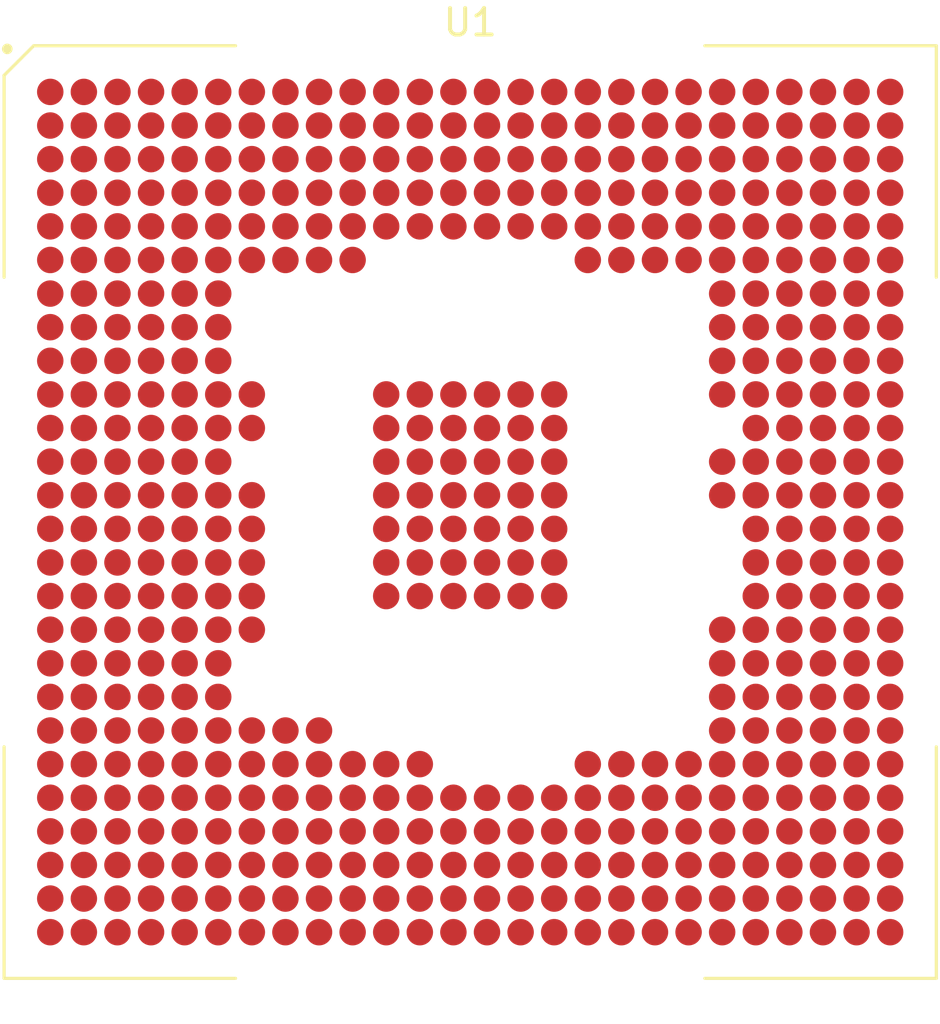
<source format=kicad_pcb>
(kicad_pcb (version 20240108) (generator "pcbnew") (generator_version "8.0")
  (layers (0 "F.Cu" signal) (31 "B.Cu" signal) (34 "B.Paste" user) (35 "F.Paste" user) (36 "B.SilkS" user "B.Silkscreen") (37 "F.SilkS" user "F.Silkscreen") (38 "B.Mask" user) (39 "F.Mask" user) (44 "Edge.Cuts" user))
  (net 0 "")
  (net 7 "Net-(U1-GND-PadA1)")
  (net 89 "Net-(U1-VCC-PadAA18)")
  (net 98 "Net-(U1-VCCA-PadN21)")
  (net 115 "Net-(U1-VCCQ-PadAA3)")
  (net 141 "Net-(U1-GNDA-PadM21)")
  (net 204 "Net-(U1-ST0)")
  (net 358 "Net-(U1-VCCQQ)")
  (footprint "Library:BGA-676_26x26_35.0x35.0mm" (layer "F.Cu") (at 130.975 80.72)
    (property "Reference" "U1" (at 0 -18.5 0) (layer "F.SilkS"))
    (property "Value" "~")
    (pad "A1" smd circle (at -15.875 -15.875) (size 1 1) (layers "F.Cu" "F.Paste" "F.Mask") (net 7 "Net-(U1-GND-PadA1)"))
    (pad "A2" smd circle (at -14.605 -15.875) (size 1 1) (layers "F.Cu" "F.Paste" "F.Mask"))
    (pad "A3" smd circle (at -13.335 -15.875) (size 1 1) (layers "F.Cu" "F.Paste" "F.Mask"))
    (pad "A4" smd circle (at -12.065 -15.875) (size 1 1) (layers "F.Cu" "F.Paste" "F.Mask"))
    (pad "A5" smd circle (at -10.795 -15.875) (size 1 1) (layers "F.Cu" "F.Paste" "F.Mask"))
    (pad "A6" smd circle (at -9.525 -15.875) (size 1 1) (layers "F.Cu" "F.Paste" "F.Mask"))
    (pad "A7" smd circle (at -8.255 -15.875) (size 1 1) (layers "F.Cu" "F.Paste" "F.Mask"))
    (pad "A8" smd circle (at -6.985 -15.875) (size 1 1) (layers "F.Cu" "F.Paste" "F.Mask"))
    (pad "A9" smd circle (at -5.715 -15.875) (size 1 1) (layers "F.Cu" "F.Paste" "F.Mask"))
    (pad "A10" smd circle (at -4.445 -15.875) (size 1 1) (layers "F.Cu" "F.Paste" "F.Mask"))
    (pad "A11" smd circle (at -3.175 -15.875) (size 1 1) (layers "F.Cu" "F.Paste" "F.Mask"))
    (pad "A12" smd circle (at -1.905 -15.875) (size 1 1) (layers "F.Cu" "F.Paste" "F.Mask"))
    (pad "A13" smd circle (at -0.635 -15.875) (size 1 1) (layers "F.Cu" "F.Paste" "F.Mask"))
    (pad "A14" smd circle (at 0.635 -15.875) (size 1 1) (layers "F.Cu" "F.Paste" "F.Mask") (net 7 "Net-(U1-GND-PadA1)"))
    (pad "A15" smd circle (at 1.905 -15.875) (size 1 1) (layers "F.Cu" "F.Paste" "F.Mask"))
    (pad "A16" smd circle (at 3.175 -15.875) (size 1 1) (layers "F.Cu" "F.Paste" "F.Mask"))
    (pad "A17" smd circle (at 4.445 -15.875) (size 1 1) (layers "F.Cu" "F.Paste" "F.Mask"))
    (pad "A18" smd circle (at 5.715 -15.875) (size 1 1) (layers "F.Cu" "F.Paste" "F.Mask"))
    (pad "A19" smd circle (at 6.985 -15.875) (size 1 1) (layers "F.Cu" "F.Paste" "F.Mask"))
    (pad "A20" smd circle (at 8.255 -15.875) (size 1 1) (layers "F.Cu" "F.Paste" "F.Mask"))
    (pad "A21" smd circle (at 9.525 -15.875) (size 1 1) (layers "F.Cu" "F.Paste" "F.Mask"))
    (pad "A22" smd circle (at 10.795 -15.875) (size 1 1) (layers "F.Cu" "F.Paste" "F.Mask"))
    (pad "A23" smd circle (at 12.065 -15.875) (size 1 1) (layers "F.Cu" "F.Paste" "F.Mask"))
    (pad "A24" smd circle (at 13.335 -15.875) (size 1 1) (layers "F.Cu" "F.Paste" "F.Mask"))
    (pad "A25" smd circle (at 14.605 -15.875) (size 1 1) (layers "F.Cu" "F.Paste" "F.Mask"))
    (pad "A26" smd circle (at 15.875 -15.875) (size 1 1) (layers "F.Cu" "F.Paste" "F.Mask") (net 7 "Net-(U1-GND-PadA1)"))
    (pad "AA1" smd circle (at -15.875 9.525) (size 1 1) (layers "F.Cu" "F.Paste" "F.Mask"))
    (pad "AA2" smd circle (at -14.605 9.525) (size 1 1) (layers "F.Cu" "F.Paste" "F.Mask"))
    (pad "AA3" smd circle (at -13.335 9.525) (size 1 1) (layers "F.Cu" "F.Paste" "F.Mask") (net 115 "Net-(U1-VCCQ-PadAA3)"))
    (pad "AA4" smd circle (at -12.065 9.525) (size 1 1) (layers "F.Cu" "F.Paste" "F.Mask"))
    (pad "AA5" smd circle (at -10.795 9.525) (size 1 1) (layers "F.Cu" "F.Paste" "F.Mask"))
    (pad "AA6" smd circle (at -9.525 9.525) (size 1 1) (layers "F.Cu" "F.Paste" "F.Mask") (net 7 "Net-(U1-GND-PadA1)"))
    (pad "AA7" smd circle (at -8.255 9.525) (size 1 1) (layers "F.Cu" "F.Paste" "F.Mask") (net 115 "Net-(U1-VCCQ-PadAA3)"))
    (pad "AA8" smd circle (at -6.985 9.525) (size 1 1) (layers "F.Cu" "F.Paste" "F.Mask") (net 7 "Net-(U1-GND-PadA1)"))
    (pad "AA9" smd circle (at -5.715 9.525) (size 1 1) (layers "F.Cu" "F.Paste" "F.Mask") (net 89 "Net-(U1-VCC-PadAA18)"))
    (pad "AA10" smd circle (at -4.445 9.525) (size 1 1) (layers "F.Cu" "F.Paste" "F.Mask"))
    (pad "AA11" smd circle (at -3.175 9.525) (size 1 1) (layers "F.Cu" "F.Paste" "F.Mask"))
    (pad "AA12" smd circle (at -1.905 9.525) (size 1 1) (layers "F.Cu" "F.Paste" "F.Mask"))
    (pad "AA17" smd circle (at 4.445 9.525) (size 1 1) (layers "F.Cu" "F.Paste" "F.Mask"))
    (pad "AA18" smd circle (at 5.715 9.525) (size 1 1) (layers "F.Cu" "F.Paste" "F.Mask") (net 89 "Net-(U1-VCC-PadAA18)"))
    (pad "AA19" smd circle (at 6.985 9.525) (size 1 1) (layers "F.Cu" "F.Paste" "F.Mask") (net 7 "Net-(U1-GND-PadA1)"))
    (pad "AA20" smd circle (at 8.255 9.525) (size 1 1) (layers "F.Cu" "F.Paste" "F.Mask") (net 89 "Net-(U1-VCC-PadAA18)"))
    (pad "AA21" smd circle (at 9.525 9.525) (size 1 1) (layers "F.Cu" "F.Paste" "F.Mask") (net 7 "Net-(U1-GND-PadA1)"))
    (pad "AA22" smd circle (at 10.795 9.525) (size 1 1) (layers "F.Cu" "F.Paste" "F.Mask"))
    (pad "AA23" smd circle (at 12.065 9.525) (size 1 1) (layers "F.Cu" "F.Paste" "F.Mask"))
    (pad "AA24" smd circle (at 13.335 9.525) (size 1 1) (layers "F.Cu" "F.Paste" "F.Mask"))
    (pad "AA25" smd circle (at 14.605 9.525) (size 1 1) (layers "F.Cu" "F.Paste" "F.Mask"))
    (pad "AA26" smd circle (at 15.875 9.525) (size 1 1) (layers "F.Cu" "F.Paste" "F.Mask"))
    (pad "AB1" smd circle (at -15.875 10.795) (size 1 1) (layers "F.Cu" "F.Paste" "F.Mask"))
    (pad "AB2" smd circle (at -14.605 10.795) (size 1 1) (layers "F.Cu" "F.Paste" "F.Mask"))
    (pad "AB3" smd circle (at -13.335 10.795) (size 1 1) (layers "F.Cu" "F.Paste" "F.Mask"))
    (pad "AB4" smd circle (at -12.065 10.795) (size 1 1) (layers "F.Cu" "F.Paste" "F.Mask"))
    (pad "AB5" smd circle (at -10.795 10.795) (size 1 1) (layers "F.Cu" "F.Paste" "F.Mask"))
    (pad "AB6" smd circle (at -9.525 10.795) (size 1 1) (layers "F.Cu" "F.Paste" "F.Mask"))
    (pad "AB7" smd circle (at -8.255 10.795) (size 1 1) (layers "F.Cu" "F.Paste" "F.Mask"))
    (pad "AB8" smd circle (at -6.985 10.795) (size 1 1) (layers "F.Cu" "F.Paste" "F.Mask"))
    (pad "AB9" smd circle (at -5.715 10.795) (size 1 1) (layers "F.Cu" "F.Paste" "F.Mask"))
    (pad "AB10" smd circle (at -4.445 10.795) (size 1 1) (layers "F.Cu" "F.Paste" "F.Mask"))
    (pad "AB11" smd circle (at -3.175 10.795) (size 1 1) (layers "F.Cu" "F.Paste" "F.Mask"))
    (pad "AB12" smd circle (at -1.905 10.795) (size 1 1) (layers "F.Cu" "F.Paste" "F.Mask") (net 7 "Net-(U1-GND-PadA1)"))
    (pad "AB13" smd circle (at -0.635 10.795) (size 1 1) (layers "F.Cu" "F.Paste" "F.Mask"))
    (pad "AB14" smd circle (at 0.635 10.795) (size 1 1) (layers "F.Cu" "F.Paste" "F.Mask"))
    (pad "AB15" smd circle (at 1.905 10.795) (size 1 1) (layers "F.Cu" "F.Paste" "F.Mask") (net 7 "Net-(U1-GND-PadA1)"))
    (pad "AB16" smd circle (at 3.175 10.795) (size 1 1) (layers "F.Cu" "F.Paste" "F.Mask"))
    (pad "AB17" smd circle (at 4.445 10.795) (size 1 1) (layers "F.Cu" "F.Paste" "F.Mask"))
    (pad "AB18" smd circle (at 5.715 10.795) (size 1 1) (layers "F.Cu" "F.Paste" "F.Mask"))
    (pad "AB19" smd circle (at 6.985 10.795) (size 1 1) (layers "F.Cu" "F.Paste" "F.Mask"))
    (pad "AB20" smd circle (at 8.255 10.795) (size 1 1) (layers "F.Cu" "F.Paste" "F.Mask"))
    (pad "AB21" smd circle (at 9.525 10.795) (size 1 1) (layers "F.Cu" "F.Paste" "F.Mask"))
    (pad "AB22" smd circle (at 10.795 10.795) (size 1 1) (layers "F.Cu" "F.Paste" "F.Mask"))
    (pad "AB23" smd circle (at 12.065 10.795) (size 1 1) (layers "F.Cu" "F.Paste" "F.Mask"))
    (pad "AB24" smd circle (at 13.335 10.795) (size 1 1) (layers "F.Cu" "F.Paste" "F.Mask") (net 7 "Net-(U1-GND-PadA1)"))
    (pad "AB25" smd circle (at 14.605 10.795) (size 1 1) (layers "F.Cu" "F.Paste" "F.Mask") (net 7 "Net-(U1-GND-PadA1)"))
    (pad "AB26" smd circle (at 15.875 10.795) (size 1 1) (layers "F.Cu" "F.Paste" "F.Mask"))
    (pad "AC1" smd circle (at -15.875 12.065) (size 1 1) (layers "F.Cu" "F.Paste" "F.Mask"))
    (pad "AC2" smd circle (at -14.605 12.065) (size 1 1) (layers "F.Cu" "F.Paste" "F.Mask"))
    (pad "AC3" smd circle (at -13.335 12.065) (size 1 1) (layers "F.Cu" "F.Paste" "F.Mask"))
    (pad "AC4" smd circle (at -12.065 12.065) (size 1 1) (layers "F.Cu" "F.Paste" "F.Mask") (net 7 "Net-(U1-GND-PadA1)"))
    (pad "AC5" smd circle (at -10.795 12.065) (size 1 1) (layers "F.Cu" "F.Paste" "F.Mask"))
    (pad "AC6" smd circle (at -9.525 12.065) (size 1 1) (layers "F.Cu" "F.Paste" "F.Mask"))
    (pad "AC7" smd circle (at -8.255 12.065) (size 1 1) (layers "F.Cu" "F.Paste" "F.Mask"))
    (pad "AC8" smd circle (at -6.985 12.065) (size 1 1) (layers "F.Cu" "F.Paste" "F.Mask"))
    (pad "AC9" smd circle (at -5.715 12.065) (size 1 1) (layers "F.Cu" "F.Paste" "F.Mask"))
    (pad "AC10" smd circle (at -4.445 12.065) (size 1 1) (layers "F.Cu" "F.Paste" "F.Mask"))
    (pad "AC11" smd circle (at -3.175 12.065) (size 1 1) (layers "F.Cu" "F.Paste" "F.Mask"))
    (pad "AC12" smd circle (at -1.905 12.065) (size 1 1) (layers "F.Cu" "F.Paste" "F.Mask"))
    (pad "AC13" smd circle (at -0.635 12.065) (size 1 1) (layers "F.Cu" "F.Paste" "F.Mask"))
    (pad "AC14" smd circle (at 0.635 12.065) (size 1 1) (layers "F.Cu" "F.Paste" "F.Mask"))
    (pad "AC15" smd circle (at 1.905 12.065) (size 1 1) (layers "F.Cu" "F.Paste" "F.Mask"))
    (pad "AC16" smd circle (at 3.175 12.065) (size 1 1) (layers "F.Cu" "F.Paste" "F.Mask"))
    (pad "AC17" smd circle (at 4.445 12.065) (size 1 1) (layers "F.Cu" "F.Paste" "F.Mask"))
    (pad "AC18" smd circle (at 5.715 12.065) (size 1 1) (layers "F.Cu" "F.Paste" "F.Mask"))
    (pad "AC19" smd circle (at 6.985 12.065) (size 1 1) (layers "F.Cu" "F.Paste" "F.Mask"))
    (pad "AC20" smd circle (at 8.255 12.065) (size 1 1) (layers "F.Cu" "F.Paste" "F.Mask"))
    (pad "AC21" smd circle (at 9.525 12.065) (size 1 1) (layers "F.Cu" "F.Paste" "F.Mask"))
    (pad "AC22" smd circle (at 10.795 12.065) (size 1 1) (layers "F.Cu" "F.Paste" "F.Mask"))
    (pad "AC23" smd circle (at 12.065 12.065) (size 1 1) (layers "F.Cu" "F.Paste" "F.Mask"))
    (pad "AC24" smd circle (at 13.335 12.065) (size 1 1) (layers "F.Cu" "F.Paste" "F.Mask"))
    (pad "AC25" smd circle (at 14.605 12.065) (size 1 1) (layers "F.Cu" "F.Paste" "F.Mask"))
    (pad "AC26" smd circle (at 15.875 12.065) (size 1 1) (layers "F.Cu" "F.Paste" "F.Mask"))
    (pad "AD1" smd circle (at -15.875 13.335) (size 1 1) (layers "F.Cu" "F.Paste" "F.Mask"))
    (pad "AD2" smd circle (at -14.605 13.335) (size 1 1) (layers "F.Cu" "F.Paste" "F.Mask"))
    (pad "AD3" smd circle (at -13.335 13.335) (size 1 1) (layers "F.Cu" "F.Paste" "F.Mask"))
    (pad "AD4" smd circle (at -12.065 13.335) (size 1 1) (layers "F.Cu" "F.Paste" "F.Mask") (net 358 "Net-(U1-VCCQQ)"))
    (pad "AD5" smd circle (at -10.795 13.335) (size 1 1) (layers "F.Cu" "F.Paste" "F.Mask"))
    (pad "AD6" smd circle (at -9.525 13.335) (size 1 1) (layers "F.Cu" "F.Paste" "F.Mask"))
    (pad "AD7" smd circle (at -8.255 13.335) (size 1 1) (layers "F.Cu" "F.Paste" "F.Mask"))
    (pad "AD8" smd circle (at -6.985 13.335) (size 1 1) (layers "F.Cu" "F.Paste" "F.Mask"))
    (pad "AD9" smd circle (at -5.715 13.335) (size 1 1) (layers "F.Cu" "F.Paste" "F.Mask") (net 7 "Net-(U1-GND-PadA1)"))
    (pad "AD10" smd circle (at -4.445 13.335) (size 1 1) (layers "F.Cu" "F.Paste" "F.Mask"))
    (pad "AD11" smd circle (at -3.175 13.335) (size 1 1) (layers "F.Cu" "F.Paste" "F.Mask"))
    (pad "AD12" smd circle (at -1.905 13.335) (size 1 1) (layers "F.Cu" "F.Paste" "F.Mask"))
    (pad "AD13" smd circle (at -0.635 13.335) (size 1 1) (layers "F.Cu" "F.Paste" "F.Mask"))
    (pad "AD14" smd circle (at 0.635 13.335) (size 1 1) (layers "F.Cu" "F.Paste" "F.Mask"))
    (pad "AD15" smd circle (at 1.905 13.335) (size 1 1) (layers "F.Cu" "F.Paste" "F.Mask"))
    (pad "AD16" smd circle (at 3.175 13.335) (size 1 1) (layers "F.Cu" "F.Paste" "F.Mask"))
    (pad "AD17" smd circle (at 4.445 13.335) (size 1 1) (layers "F.Cu" "F.Paste" "F.Mask"))
    (pad "AD18" smd circle (at 5.715 13.335) (size 1 1) (layers "F.Cu" "F.Paste" "F.Mask") (net 7 "Net-(U1-GND-PadA1)"))
    (pad "AD19" smd circle (at 6.985 13.335) (size 1 1) (layers "F.Cu" "F.Paste" "F.Mask"))
    (pad "AD20" smd circle (at 8.255 13.335) (size 1 1) (layers "F.Cu" "F.Paste" "F.Mask"))
    (pad "AD21" smd circle (at 9.525 13.335) (size 1 1) (layers "F.Cu" "F.Paste" "F.Mask"))
    (pad "AD22" smd circle (at 10.795 13.335) (size 1 1) (layers "F.Cu" "F.Paste" "F.Mask") (net 7 "Net-(U1-GND-PadA1)"))
    (pad "AD23" smd circle (at 12.065 13.335) (size 1 1) (layers "F.Cu" "F.Paste" "F.Mask"))
    (pad "AD24" smd circle (at 13.335 13.335) (size 1 1) (layers "F.Cu" "F.Paste" "F.Mask"))
    (pad "AD25" smd circle (at 14.605 13.335) (size 1 1) (layers "F.Cu" "F.Paste" "F.Mask"))
    (pad "AD26" smd circle (at 15.875 13.335) (size 1 1) (layers "F.Cu" "F.Paste" "F.Mask"))
    (pad "AE1" smd circle (at -15.875 14.605) (size 1 1) (layers "F.Cu" "F.Paste" "F.Mask"))
    (pad "AE2" smd circle (at -14.605 14.605) (size 1 1) (layers "F.Cu" "F.Paste" "F.Mask"))
    (pad "AE3" smd circle (at -13.335 14.605) (size 1 1) (layers "F.Cu" "F.Paste" "F.Mask"))
    (pad "AE4" smd circle (at -12.065 14.605) (size 1 1) (layers "F.Cu" "F.Paste" "F.Mask"))
    (pad "AE5" smd circle (at -10.795 14.605) (size 1 1) (layers "F.Cu" "F.Paste" "F.Mask"))
    (pad "AE6" smd circle (at -9.525 14.605) (size 1 1) (layers "F.Cu" "F.Paste" "F.Mask"))
    (pad "AE7" smd circle (at -8.255 14.605) (size 1 1) (layers "F.Cu" "F.Paste" "F.Mask"))
    (pad "AE8" smd circle (at -6.985 14.605) (size 1 1) (layers "F.Cu" "F.Paste" "F.Mask"))
    (pad "AE9" smd circle (at -5.715 14.605) (size 1 1) (layers "F.Cu" "F.Paste" "F.Mask"))
    (pad "AE10" smd circle (at -4.445 14.605) (size 1 1) (layers "F.Cu" "F.Paste" "F.Mask"))
    (pad "AE11" smd circle (at -3.175 14.605) (size 1 1) (layers "F.Cu" "F.Paste" "F.Mask"))
    (pad "AE12" smd circle (at -1.905 14.605) (size 1 1) (layers "F.Cu" "F.Paste" "F.Mask"))
    (pad "AE13" smd circle (at -0.635 14.605) (size 1 1) (layers "F.Cu" "F.Paste" "F.Mask"))
    (pad "AE14" smd circle (at 0.635 14.605) (size 1 1) (layers "F.Cu" "F.Paste" "F.Mask"))
    (pad "AE15" smd circle (at 1.905 14.605) (size 1 1) (layers "F.Cu" "F.Paste" "F.Mask"))
    (pad "AE16" smd circle (at 3.175 14.605) (size 1 1) (layers "F.Cu" "F.Paste" "F.Mask"))
    (pad "AE17" smd circle (at 4.445 14.605) (size 1 1) (layers "F.Cu" "F.Paste" "F.Mask"))
    (pad "AE18" smd circle (at 5.715 14.605) (size 1 1) (layers "F.Cu" "F.Paste" "F.Mask"))
    (pad "AE19" smd circle (at 6.985 14.605) (size 1 1) (layers "F.Cu" "F.Paste" "F.Mask"))
    (pad "AE20" smd circle (at 8.255 14.605) (size 1 1) (layers "F.Cu" "F.Paste" "F.Mask"))
    (pad "AE21" smd circle (at 9.525 14.605) (size 1 1) (layers "F.Cu" "F.Paste" "F.Mask"))
    (pad "AE22" smd circle (at 10.795 14.605) (size 1 1) (layers "F.Cu" "F.Paste" "F.Mask"))
    (pad "AE23" smd circle (at 12.065 14.605) (size 1 1) (layers "F.Cu" "F.Paste" "F.Mask") (net 7 "Net-(U1-GND-PadA1)"))
    (pad "AE24" smd circle (at 13.335 14.605) (size 1 1) (layers "F.Cu" "F.Paste" "F.Mask"))
    (pad "AE25" smd circle (at 14.605 14.605) (size 1 1) (layers "F.Cu" "F.Paste" "F.Mask"))
    (pad "AE26" smd circle (at 15.875 14.605) (size 1 1) (layers "F.Cu" "F.Paste" "F.Mask") (net 89 "Net-(U1-VCC-PadAA18)"))
    (pad "AF1" smd circle (at -15.875 15.875) (size 1 1) (layers "F.Cu" "F.Paste" "F.Mask") (net 7 "Net-(U1-GND-PadA1)"))
    (pad "AF2" smd circle (at -14.605 15.875) (size 1 1) (layers "F.Cu" "F.Paste" "F.Mask"))
    (pad "AF3" smd circle (at -13.335 15.875) (size 1 1) (layers "F.Cu" "F.Paste" "F.Mask"))
    (pad "AF4" smd circle (at -12.065 15.875) (size 1 1) (layers "F.Cu" "F.Paste" "F.Mask"))
    (pad "AF5" smd circle (at -10.795 15.875) (size 1 1) (layers "F.Cu" "F.Paste" "F.Mask"))
    (pad "AF6" smd circle (at -9.525 15.875) (size 1 1) (layers "F.Cu" "F.Paste" "F.Mask"))
    (pad "AF7" smd circle (at -8.255 15.875) (size 1 1) (layers "F.Cu" "F.Paste" "F.Mask"))
    (pad "AF8" smd circle (at -6.985 15.875) (size 1 1) (layers "F.Cu" "F.Paste" "F.Mask"))
    (pad "AF9" smd circle (at -5.715 15.875) (size 1 1) (layers "F.Cu" "F.Paste" "F.Mask"))
    (pad "AF10" smd circle (at -4.445 15.875) (size 1 1) (layers "F.Cu" "F.Paste" "F.Mask"))
    (pad "AF11" smd circle (at -3.175 15.875) (size 1 1) (layers "F.Cu" "F.Paste" "F.Mask"))
    (pad "AF12" smd circle (at -1.905 15.875) (size 1 1) (layers "F.Cu" "F.Paste" "F.Mask"))
    (pad "AF13" smd circle (at -0.635 15.875) (size 1 1) (layers "F.Cu" "F.Paste" "F.Mask") (net 7 "Net-(U1-GND-PadA1)"))
    (pad "AF14" smd circle (at 0.635 15.875) (size 1 1) (layers "F.Cu" "F.Paste" "F.Mask") (net 89 "Net-(U1-VCC-PadAA18)"))
    (pad "AF15" smd circle (at 1.905 15.875) (size 1 1) (layers "F.Cu" "F.Paste" "F.Mask"))
    (pad "AF16" smd circle (at 3.175 15.875) (size 1 1) (layers "F.Cu" "F.Paste" "F.Mask"))
    (pad "AF17" smd circle (at 4.445 15.875) (size 1 1) (layers "F.Cu" "F.Paste" "F.Mask"))
    (pad "AF18" smd circle (at 5.715 15.875) (size 1 1) (layers "F.Cu" "F.Paste" "F.Mask"))
    (pad "AF19" smd circle (at 6.985 15.875) (size 1 1) (layers "F.Cu" "F.Paste" "F.Mask"))
    (pad "AF20" smd circle (at 8.255 15.875) (size 1 1) (layers "F.Cu" "F.Paste" "F.Mask"))
    (pad "AF21" smd circle (at 9.525 15.875) (size 1 1) (layers "F.Cu" "F.Paste" "F.Mask"))
    (pad "AF22" smd circle (at 10.795 15.875) (size 1 1) (layers "F.Cu" "F.Paste" "F.Mask"))
    (pad "AF23" smd circle (at 12.065 15.875) (size 1 1) (layers "F.Cu" "F.Paste" "F.Mask"))
    (pad "AF24" smd circle (at 13.335 15.875) (size 1 1) (layers "F.Cu" "F.Paste" "F.Mask"))
    (pad "AF25" smd circle (at 14.605 15.875) (size 1 1) (layers "F.Cu" "F.Paste" "F.Mask"))
    (pad "AF26" smd circle (at 15.875 15.875) (size 1 1) (layers "F.Cu" "F.Paste" "F.Mask") (net 7 "Net-(U1-GND-PadA1)"))
    (pad "B1" smd circle (at -15.875 -14.605) (size 1 1) (layers "F.Cu" "F.Paste" "F.Mask") (net 89 "Net-(U1-VCC-PadAA18)"))
    (pad "B2" smd circle (at -14.605 -14.605) (size 1 1) (layers "F.Cu" "F.Paste" "F.Mask"))
    (pad "B3" smd circle (at -13.335 -14.605) (size 1 1) (layers "F.Cu" "F.Paste" "F.Mask"))
    (pad "B4" smd circle (at -12.065 -14.605) (size 1 1) (layers "F.Cu" "F.Paste" "F.Mask"))
    (pad "B5" smd circle (at -10.795 -14.605) (size 1 1) (layers "F.Cu" "F.Paste" "F.Mask"))
    (pad "B6" smd circle (at -9.525 -14.605) (size 1 1) (layers "F.Cu" "F.Paste" "F.Mask"))
    (pad "B7" smd circle (at -8.255 -14.605) (size 1 1) (layers "F.Cu" "F.Paste" "F.Mask"))
    (pad "B8" smd circle (at -6.985 -14.605) (size 1 1) (layers "F.Cu" "F.Paste" "F.Mask"))
    (pad "B9" smd circle (at -5.715 -14.605) (size 1 1) (layers "F.Cu" "F.Paste" "F.Mask"))
    (pad "B10" smd circle (at -4.445 -14.605) (size 1 1) (layers "F.Cu" "F.Paste" "F.Mask"))
    (pad "B11" smd circle (at -3.175 -14.605) (size 1 1) (layers "F.Cu" "F.Paste" "F.Mask"))
    (pad "B12" smd circle (at -1.905 -14.605) (size 1 1) (layers "F.Cu" "F.Paste" "F.Mask"))
    (pad "B13" smd circle (at -0.635 -14.605) (size 1 1) (layers "F.Cu" "F.Paste" "F.Mask"))
    (pad "B14" smd circle (at 0.635 -14.605) (size 1 1) (layers "F.Cu" "F.Paste" "F.Mask"))
    (pad "B15" smd circle (at 1.905 -14.605) (size 1 1) (layers "F.Cu" "F.Paste" "F.Mask"))
    (pad "B16" smd circle (at 3.175 -14.605) (size 1 1) (layers "F.Cu" "F.Paste" "F.Mask"))
    (pad "B17" smd circle (at 4.445 -14.605) (size 1 1) (layers "F.Cu" "F.Paste" "F.Mask"))
    (pad "B18" smd circle (at 5.715 -14.605) (size 1 1) (layers "F.Cu" "F.Paste" "F.Mask"))
    (pad "B19" smd circle (at 6.985 -14.605) (size 1 1) (layers "F.Cu" "F.Paste" "F.Mask"))
    (pad "B20" smd circle (at 8.255 -14.605) (size 1 1) (layers "F.Cu" "F.Paste" "F.Mask"))
    (pad "B21" smd circle (at 9.525 -14.605) (size 1 1) (layers "F.Cu" "F.Paste" "F.Mask"))
    (pad "B22" smd circle (at 10.795 -14.605) (size 1 1) (layers "F.Cu" "F.Paste" "F.Mask"))
    (pad "B23" smd circle (at 12.065 -14.605) (size 1 1) (layers "F.Cu" "F.Paste" "F.Mask"))
    (pad "B24" smd circle (at 13.335 -14.605) (size 1 1) (layers "F.Cu" "F.Paste" "F.Mask"))
    (pad "B25" smd circle (at 14.605 -14.605) (size 1 1) (layers "F.Cu" "F.Paste" "F.Mask"))
    (pad "B26" smd circle (at 15.875 -14.605) (size 1 1) (layers "F.Cu" "F.Paste" "F.Mask"))
    (pad "C1" smd circle (at -15.875 -13.335) (size 1 1) (layers "F.Cu" "F.Paste" "F.Mask"))
    (pad "C2" smd circle (at -14.605 -13.335) (size 1 1) (layers "F.Cu" "F.Paste" "F.Mask") (net 89 "Net-(U1-VCC-PadAA18)"))
    (pad "C3" smd circle (at -13.335 -13.335) (size 1 1) (layers "F.Cu" "F.Paste" "F.Mask"))
    (pad "C4" smd circle (at -12.065 -13.335) (size 1 1) (layers "F.Cu" "F.Paste" "F.Mask"))
    (pad "C5" smd circle (at -10.795 -13.335) (size 1 1) (layers "F.Cu" "F.Paste" "F.Mask") (net 7 "Net-(U1-GND-PadA1)"))
    (pad "C6" smd circle (at -9.525 -13.335) (size 1 1) (layers "F.Cu" "F.Paste" "F.Mask"))
    (pad "C7" smd circle (at -8.255 -13.335) (size 1 1) (layers "F.Cu" "F.Paste" "F.Mask"))
    (pad "C8" smd circle (at -6.985 -13.335) (size 1 1) (layers "F.Cu" "F.Paste" "F.Mask"))
    (pad "C9" smd circle (at -5.715 -13.335) (size 1 1) (layers "F.Cu" "F.Paste" "F.Mask") (net 7 "Net-(U1-GND-PadA1)"))
    (pad "C10" smd circle (at -4.445 -13.335) (size 1 1) (layers "F.Cu" "F.Paste" "F.Mask"))
    (pad "C11" smd circle (at -3.175 -13.335) (size 1 1) (layers "F.Cu" "F.Paste" "F.Mask"))
    (pad "C12" smd circle (at -1.905 -13.335) (size 1 1) (layers "F.Cu" "F.Paste" "F.Mask"))
    (pad "C13" smd circle (at -0.635 -13.335) (size 1 1) (layers "F.Cu" "F.Paste" "F.Mask"))
    (pad "C14" smd circle (at 0.635 -13.335) (size 1 1) (layers "F.Cu" "F.Paste" "F.Mask"))
    (pad "C15" smd circle (at 1.905 -13.335) (size 1 1) (layers "F.Cu" "F.Paste" "F.Mask"))
    (pad "C16" smd circle (at 3.175 -13.335) (size 1 1) (layers "F.Cu" "F.Paste" "F.Mask"))
    (pad "C17" smd circle (at 4.445 -13.335) (size 1 1) (layers "F.Cu" "F.Paste" "F.Mask"))
    (pad "C18" smd circle (at 5.715 -13.335) (size 1 1) (layers "F.Cu" "F.Paste" "F.Mask") (net 7 "Net-(U1-GND-PadA1)"))
    (pad "C19" smd circle (at 6.985 -13.335) (size 1 1) (layers "F.Cu" "F.Paste" "F.Mask"))
    (pad "C20" smd circle (at 8.255 -13.335) (size 1 1) (layers "F.Cu" "F.Paste" "F.Mask"))
    (pad "C21" smd circle (at 9.525 -13.335) (size 1 1) (layers "F.Cu" "F.Paste" "F.Mask"))
    (pad "C22" smd circle (at 10.795 -13.335) (size 1 1) (layers "F.Cu" "F.Paste" "F.Mask") (net 7 "Net-(U1-GND-PadA1)"))
    (pad "C23" smd circle (at 12.065 -13.335) (size 1 1) (layers "F.Cu" "F.Paste" "F.Mask"))
    (pad "C24" smd circle (at 13.335 -13.335) (size 1 1) (layers "F.Cu" "F.Paste" "F.Mask"))
    (pad "C25" smd circle (at 14.605 -13.335) (size 1 1) (layers "F.Cu" "F.Paste" "F.Mask"))
    (pad "C26" smd circle (at 15.875 -13.335) (size 1 1) (layers "F.Cu" "F.Paste" "F.Mask"))
    (pad "D1" smd circle (at -15.875 -12.065) (size 1 1) (layers "F.Cu" "F.Paste" "F.Mask"))
    (pad "D2" smd circle (at -14.605 -12.065) (size 1 1) (layers "F.Cu" "F.Paste" "F.Mask"))
    (pad "D3" smd circle (at -13.335 -12.065) (size 1 1) (layers "F.Cu" "F.Paste" "F.Mask"))
    (pad "D4" smd circle (at -12.065 -12.065) (size 1 1) (layers "F.Cu" "F.Paste" "F.Mask"))
    (pad "D5" smd circle (at -10.795 -12.065) (size 1 1) (layers "F.Cu" "F.Paste" "F.Mask"))
    (pad "D6" smd circle (at -9.525 -12.065) (size 1 1) (layers "F.Cu" "F.Paste" "F.Mask"))
    (pad "D7" smd circle (at -8.255 -12.065) (size 1 1) (layers "F.Cu" "F.Paste" "F.Mask"))
    (pad "D8" smd circle (at -6.985 -12.065) (size 1 1) (layers "F.Cu" "F.Paste" "F.Mask"))
    (pad "D9" smd circle (at -5.715 -12.065) (size 1 1) (layers "F.Cu" "F.Paste" "F.Mask"))
    (pad "D10" smd circle (at -4.445 -12.065) (size 1 1) (layers "F.Cu" "F.Paste" "F.Mask"))
    (pad "D11" smd circle (at -3.175 -12.065) (size 1 1) (layers "F.Cu" "F.Paste" "F.Mask"))
    (pad "D12" smd circle (at -1.905 -12.065) (size 1 1) (layers "F.Cu" "F.Paste" "F.Mask"))
    (pad "D13" smd circle (at -0.635 -12.065) (size 1 1) (layers "F.Cu" "F.Paste" "F.Mask"))
    (pad "D14" smd circle (at 0.635 -12.065) (size 1 1) (layers "F.Cu" "F.Paste" "F.Mask"))
    (pad "D15" smd circle (at 1.905 -12.065) (size 1 1) (layers "F.Cu" "F.Paste" "F.Mask"))
    (pad "D16" smd circle (at 3.175 -12.065) (size 1 1) (layers "F.Cu" "F.Paste" "F.Mask"))
    (pad "D17" smd circle (at 4.445 -12.065) (size 1 1) (layers "F.Cu" "F.Paste" "F.Mask"))
    (pad "D18" smd circle (at 5.715 -12.065) (size 1 1) (layers "F.Cu" "F.Paste" "F.Mask"))
    (pad "D19" smd circle (at 6.985 -12.065) (size 1 1) (layers "F.Cu" "F.Paste" "F.Mask"))
    (pad "D20" smd circle (at 8.255 -12.065) (size 1 1) (layers "F.Cu" "F.Paste" "F.Mask"))
    (pad "D21" smd circle (at 9.525 -12.065) (size 1 1) (layers "F.Cu" "F.Paste" "F.Mask"))
    (pad "D22" smd circle (at 10.795 -12.065) (size 1 1) (layers "F.Cu" "F.Paste" "F.Mask"))
    (pad "D23" smd circle (at 12.065 -12.065) (size 1 1) (layers "F.Cu" "F.Paste" "F.Mask"))
    (pad "D24" smd circle (at 13.335 -12.065) (size 1 1) (layers "F.Cu" "F.Paste" "F.Mask"))
    (pad "D25" smd circle (at 14.605 -12.065) (size 1 1) (layers "F.Cu" "F.Paste" "F.Mask"))
    (pad "D26" smd circle (at 15.875 -12.065) (size 1 1) (layers "F.Cu" "F.Paste" "F.Mask"))
    (pad "E1" smd circle (at -15.875 -10.795) (size 1 1) (layers "F.Cu" "F.Paste" "F.Mask"))
    (pad "E2" smd circle (at -14.605 -10.795) (size 1 1) (layers "F.Cu" "F.Paste" "F.Mask"))
    (pad "E3" smd circle (at -13.335 -10.795) (size 1 1) (layers "F.Cu" "F.Paste" "F.Mask") (net 7 "Net-(U1-GND-PadA1)"))
    (pad "E4" smd circle (at -12.065 -10.795) (size 1 1) (layers "F.Cu" "F.Paste" "F.Mask"))
    (pad "E5" smd circle (at -10.795 -10.795) (size 1 1) (layers "F.Cu" "F.Paste" "F.Mask"))
    (pad "E6" smd circle (at -9.525 -10.795) (size 1 1) (layers "F.Cu" "F.Paste" "F.Mask"))
    (pad "E7" smd circle (at -8.255 -10.795) (size 1 1) (layers "F.Cu" "F.Paste" "F.Mask"))
    (pad "E8" smd circle (at -6.985 -10.795) (size 1 1) (layers "F.Cu" "F.Paste" "F.Mask"))
    (pad "E9" smd circle (at -5.715 -10.795) (size 1 1) (layers "F.Cu" "F.Paste" "F.Mask"))
    (pad "E10" smd circle (at -4.445 -10.795) (size 1 1) (layers "F.Cu" "F.Paste" "F.Mask"))
    (pad "E11" smd circle (at -3.175 -10.795) (size 1 1) (layers "F.Cu" "F.Paste" "F.Mask"))
    (pad "E12" smd circle (at -1.905 -10.795) (size 1 1) (layers "F.Cu" "F.Paste" "F.Mask") (net 7 "Net-(U1-GND-PadA1)"))
    (pad "E13" smd circle (at -0.635 -10.795) (size 1 1) (layers "F.Cu" "F.Paste" "F.Mask"))
    (pad "E14" smd circle (at 0.635 -10.795) (size 1 1) (layers "F.Cu" "F.Paste" "F.Mask"))
    (pad "E15" smd circle (at 1.905 -10.795) (size 1 1) (layers "F.Cu" "F.Paste" "F.Mask") (net 7 "Net-(U1-GND-PadA1)"))
    (pad "E16" smd circle (at 3.175 -10.795) (size 1 1) (layers "F.Cu" "F.Paste" "F.Mask"))
    (pad "E17" smd circle (at 4.445 -10.795) (size 1 1) (layers "F.Cu" "F.Paste" "F.Mask"))
    (pad "E18" smd circle (at 5.715 -10.795) (size 1 1) (layers "F.Cu" "F.Paste" "F.Mask"))
    (pad "E19" smd circle (at 6.985 -10.795) (size 1 1) (layers "F.Cu" "F.Paste" "F.Mask"))
    (pad "E20" smd circle (at 8.255 -10.795) (size 1 1) (layers "F.Cu" "F.Paste" "F.Mask"))
    (pad "E21" smd circle (at 9.525 -10.795) (size 1 1) (layers "F.Cu" "F.Paste" "F.Mask"))
    (pad "E22" smd circle (at 10.795 -10.795) (size 1 1) (layers "F.Cu" "F.Paste" "F.Mask"))
    (pad "E23" smd circle (at 12.065 -10.795) (size 1 1) (layers "F.Cu" "F.Paste" "F.Mask"))
    (pad "E24" smd circle (at 13.335 -10.795) (size 1 1) (layers "F.Cu" "F.Paste" "F.Mask") (net 7 "Net-(U1-GND-PadA1)"))
    (pad "E25" smd circle (at 14.605 -10.795) (size 1 1) (layers "F.Cu" "F.Paste" "F.Mask"))
    (pad "E26" smd circle (at 15.875 -10.795) (size 1 1) (layers "F.Cu" "F.Paste" "F.Mask"))
    (pad "F1" smd circle (at -15.875 -9.525) (size 1 1) (layers "F.Cu" "F.Paste" "F.Mask"))
    (pad "F2" smd circle (at -14.605 -9.525) (size 1 1) (layers "F.Cu" "F.Paste" "F.Mask"))
    (pad "F3" smd circle (at -13.335 -9.525) (size 1 1) (layers "F.Cu" "F.Paste" "F.Mask"))
    (pad "F4" smd circle (at -12.065 -9.525) (size 1 1) (layers "F.Cu" "F.Paste" "F.Mask"))
    (pad "F5" smd circle (at -10.795 -9.525) (size 1 1) (layers "F.Cu" "F.Paste" "F.Mask"))
    (pad "F6" smd circle (at -9.525 -9.525) (size 1 1) (layers "F.Cu" "F.Paste" "F.Mask") (net 7 "Net-(U1-GND-PadA1)"))
    (pad "F7" smd circle (at -8.255 -9.525) (size 1 1) (layers "F.Cu" "F.Paste" "F.Mask") (net 89 "Net-(U1-VCC-PadAA18)"))
    (pad "F8" smd circle (at -6.985 -9.525) (size 1 1) (layers "F.Cu" "F.Paste" "F.Mask") (net 7 "Net-(U1-GND-PadA1)"))
    (pad "F9" smd circle (at -5.715 -9.525) (size 1 1) (layers "F.Cu" "F.Paste" "F.Mask") (net 89 "Net-(U1-VCC-PadAA18)"))
    (pad "F10" smd circle (at -4.445 -9.525) (size 1 1) (layers "F.Cu" "F.Paste" "F.Mask"))
    (pad "F17" smd circle (at 4.445 -9.525) (size 1 1) (layers "F.Cu" "F.Paste" "F.Mask"))
    (pad "F18" smd circle (at 5.715 -9.525) (size 1 1) (layers "F.Cu" "F.Paste" "F.Mask") (net 89 "Net-(U1-VCC-PadAA18)"))
    (pad "F19" smd circle (at 6.985 -9.525) (size 1 1) (layers "F.Cu" "F.Paste" "F.Mask") (net 7 "Net-(U1-GND-PadA1)"))
    (pad "F20" smd circle (at 8.255 -9.525) (size 1 1) (layers "F.Cu" "F.Paste" "F.Mask") (net 89 "Net-(U1-VCC-PadAA18)"))
    (pad "F21" smd circle (at 9.525 -9.525) (size 1 1) (layers "F.Cu" "F.Paste" "F.Mask") (net 7 "Net-(U1-GND-PadA1)"))
    (pad "F22" smd circle (at 10.795 -9.525) (size 1 1) (layers "F.Cu" "F.Paste" "F.Mask"))
    (pad "F23" smd circle (at 12.065 -9.525) (size 1 1) (layers "F.Cu" "F.Paste" "F.Mask"))
    (pad "F24" smd circle (at 13.335 -9.525) (size 1 1) (layers "F.Cu" "F.Paste" "F.Mask"))
    (pad "F25" smd circle (at 14.605 -9.525) (size 1 1) (layers "F.Cu" "F.Paste" "F.Mask"))
    (pad "F26" smd circle (at 15.875 -9.525) (size 1 1) (layers "F.Cu" "F.Paste" "F.Mask"))
    (pad "G1" smd circle (at -15.875 -8.255) (size 1 1) (layers "F.Cu" "F.Paste" "F.Mask"))
    (pad "G2" smd circle (at -14.605 -8.255) (size 1 1) (layers "F.Cu" "F.Paste" "F.Mask"))
    (pad "G3" smd circle (at -13.335 -8.255) (size 1 1) (layers "F.Cu" "F.Paste" "F.Mask"))
    (pad "G4" smd circle (at -12.065 -8.255) (size 1 1) (layers "F.Cu" "F.Paste" "F.Mask"))
    (pad "G5" smd circle (at -10.795 -8.255) (size 1 1) (layers "F.Cu" "F.Paste" "F.Mask"))
    (pad "G6" smd circle (at -9.525 -8.255) (size 1 1) (layers "F.Cu" "F.Paste" "F.Mask") (net 89 "Net-(U1-VCC-PadAA18)"))
    (pad "G21" smd circle (at 9.525 -8.255) (size 1 1) (layers "F.Cu" "F.Paste" "F.Mask") (net 89 "Net-(U1-VCC-PadAA18)"))
    (pad "G22" smd circle (at 10.795 -8.255) (size 1 1) (layers "F.Cu" "F.Paste" "F.Mask"))
    (pad "G23" smd circle (at 12.065 -8.255) (size 1 1) (layers "F.Cu" "F.Paste" "F.Mask"))
    (pad "G24" smd circle (at 13.335 -8.255) (size 1 1) (layers "F.Cu" "F.Paste" "F.Mask"))
    (pad "G25" smd circle (at 14.605 -8.255) (size 1 1) (layers "F.Cu" "F.Paste" "F.Mask"))
    (pad "G26" smd circle (at 15.875 -8.255) (size 1 1) (layers "F.Cu" "F.Paste" "F.Mask"))
    (pad "H1" smd circle (at -15.875 -6.985) (size 1 1) (layers "F.Cu" "F.Paste" "F.Mask"))
    (pad "H2" smd circle (at -14.605 -6.985) (size 1 1) (layers "F.Cu" "F.Paste" "F.Mask"))
    (pad "H3" smd circle (at -13.335 -6.985) (size 1 1) (layers "F.Cu" "F.Paste" "F.Mask"))
    (pad "H4" smd circle (at -12.065 -6.985) (size 1 1) (layers "F.Cu" "F.Paste" "F.Mask"))
    (pad "H5" smd circle (at -10.795 -6.985) (size 1 1) (layers "F.Cu" "F.Paste" "F.Mask"))
    (pad "H6" smd circle (at -9.525 -6.985) (size 1 1) (layers "F.Cu" "F.Paste" "F.Mask") (net 7 "Net-(U1-GND-PadA1)"))
    (pad "H21" smd circle (at 9.525 -6.985) (size 1 1) (layers "F.Cu" "F.Paste" "F.Mask") (net 7 "Net-(U1-GND-PadA1)"))
    (pad "H22" smd circle (at 10.795 -6.985) (size 1 1) (layers "F.Cu" "F.Paste" "F.Mask"))
    (pad "H23" smd circle (at 12.065 -6.985) (size 1 1) (layers "F.Cu" "F.Paste" "F.Mask"))
    (pad "H24" smd circle (at 13.335 -6.985) (size 1 1) (layers "F.Cu" "F.Paste" "F.Mask"))
    (pad "H25" smd circle (at 14.605 -6.985) (size 1 1) (layers "F.Cu" "F.Paste" "F.Mask"))
    (pad "H26" smd circle (at 15.875 -6.985) (size 1 1) (layers "F.Cu" "F.Paste" "F.Mask"))
    (pad "J1" smd circle (at -15.875 -5.715) (size 1 1) (layers "F.Cu" "F.Paste" "F.Mask"))
    (pad "J2" smd circle (at -14.605 -5.715) (size 1 1) (layers "F.Cu" "F.Paste" "F.Mask"))
    (pad "J3" smd circle (at -13.335 -5.715) (size 1 1) (layers "F.Cu" "F.Paste" "F.Mask") (net 7 "Net-(U1-GND-PadA1)"))
    (pad "J4" smd circle (at -12.065 -5.715) (size 1 1) (layers "F.Cu" "F.Paste" "F.Mask"))
    (pad "J5" smd circle (at -10.795 -5.715) (size 1 1) (layers "F.Cu" "F.Paste" "F.Mask"))
    (pad "J6" smd circle (at -9.525 -5.715) (size 1 1) (layers "F.Cu" "F.Paste" "F.Mask") (net 89 "Net-(U1-VCC-PadAA18)"))
    (pad "J21" smd circle (at 9.525 -5.715) (size 1 1) (layers "F.Cu" "F.Paste" "F.Mask") (net 89 "Net-(U1-VCC-PadAA18)"))
    (pad "J22" smd circle (at 10.795 -5.715) (size 1 1) (layers "F.Cu" "F.Paste" "F.Mask"))
    (pad "J23" smd circle (at 12.065 -5.715) (size 1 1) (layers "F.Cu" "F.Paste" "F.Mask"))
    (pad "J24" smd circle (at 13.335 -5.715) (size 1 1) (layers "F.Cu" "F.Paste" "F.Mask") (net 7 "Net-(U1-GND-PadA1)"))
    (pad "J25" smd circle (at 14.605 -5.715) (size 1 1) (layers "F.Cu" "F.Paste" "F.Mask"))
    (pad "J26" smd circle (at 15.875 -5.715) (size 1 1) (layers "F.Cu" "F.Paste" "F.Mask"))
    (pad "K1" smd circle (at -15.875 -4.445) (size 1 1) (layers "F.Cu" "F.Paste" "F.Mask") (net 7 "Net-(U1-GND-PadA1)"))
    (pad "K2" smd circle (at -14.605 -4.445) (size 1 1) (layers "F.Cu" "F.Paste" "F.Mask"))
    (pad "K3" smd circle (at -13.335 -4.445) (size 1 1) (layers "F.Cu" "F.Paste" "F.Mask"))
    (pad "K4" smd circle (at -12.065 -4.445) (size 1 1) (layers "F.Cu" "F.Paste" "F.Mask"))
    (pad "K5" smd circle (at -10.795 -4.445) (size 1 1) (layers "F.Cu" "F.Paste" "F.Mask"))
    (pad "K6" smd circle (at -9.525 -4.445) (size 1 1) (layers "F.Cu" "F.Paste" "F.Mask"))
    (pad "K7" smd circle (at -8.255 -4.445) (size 1 1) (layers "F.Cu" "F.Paste" "F.Mask") (net 7 "Net-(U1-GND-PadA1)"))
    (pad "K11" smd circle (at -3.175 -4.445) (size 1 1) (layers "F.Cu" "F.Paste" "F.Mask"))
    (pad "K12" smd circle (at -1.905 -4.445) (size 1 1) (layers "F.Cu" "F.Paste" "F.Mask"))
    (pad "K13" smd circle (at -0.635 -4.445) (size 1 1) (layers "F.Cu" "F.Paste" "F.Mask"))
    (pad "K14" smd circle (at 0.635 -4.445) (size 1 1) (layers "F.Cu" "F.Paste" "F.Mask"))
    (pad "K15" smd circle (at 1.905 -4.445) (size 1 1) (layers "F.Cu" "F.Paste" "F.Mask"))
    (pad "K16" smd circle (at 3.175 -4.445) (size 1 1) (layers "F.Cu" "F.Paste" "F.Mask"))
    (pad "K21" smd circle (at 9.525 -4.445) (size 1 1) (layers "F.Cu" "F.Paste" "F.Mask"))
    (pad "K22" smd circle (at 10.795 -4.445) (size 1 1) (layers "F.Cu" "F.Paste" "F.Mask"))
    (pad "K23" smd circle (at 12.065 -4.445) (size 1 1) (layers "F.Cu" "F.Paste" "F.Mask"))
    (pad "K24" smd circle (at 13.335 -4.445) (size 1 1) (layers "F.Cu" "F.Paste" "F.Mask"))
    (pad "K25" smd circle (at 14.605 -4.445) (size 1 1) (layers "F.Cu" "F.Paste" "F.Mask"))
    (pad "K26" smd circle (at 15.875 -4.445) (size 1 1) (layers "F.Cu" "F.Paste" "F.Mask"))
    (pad "L1" smd circle (at -15.875 -3.175) (size 1 1) (layers "F.Cu" "F.Paste" "F.Mask"))
    (pad "L2" smd circle (at -14.605 -3.175) (size 1 1) (layers "F.Cu" "F.Paste" "F.Mask"))
    (pad "L3" smd circle (at -13.335 -3.175) (size 1 1) (layers "F.Cu" "F.Paste" "F.Mask"))
    (pad "L4" smd circle (at -12.065 -3.175) (size 1 1) (layers "F.Cu" "F.Paste" "F.Mask") (net 204 "Net-(U1-ST0)"))
    (pad "L5" smd circle (at -10.795 -3.175) (size 1 1) (layers "F.Cu" "F.Paste" "F.Mask"))
    (pad "L6" smd circle (at -9.525 -3.175) (size 1 1) (layers "F.Cu" "F.Paste" "F.Mask") (net 115 "Net-(U1-VCCQ-PadAA3)"))
    (pad "L7" smd circle (at -8.255 -3.175) (size 1 1) (layers "F.Cu" "F.Paste" "F.Mask") (net 115 "Net-(U1-VCCQ-PadAA3)"))
    (pad "L11" smd circle (at -3.175 -3.175) (size 1 1) (layers "F.Cu" "F.Paste" "F.Mask") (net 89 "Net-(U1-VCC-PadAA18)"))
    (pad "L12" smd circle (at -1.905 -3.175) (size 1 1) (layers "F.Cu" "F.Paste" "F.Mask") (net 7 "Net-(U1-GND-PadA1)"))
    (pad "L13" smd circle (at -0.635 -3.175) (size 1 1) (layers "F.Cu" "F.Paste" "F.Mask") (net 89 "Net-(U1-VCC-PadAA18)"))
    (pad "L14" smd circle (at 0.635 -3.175) (size 1 1) (layers "F.Cu" "F.Paste" "F.Mask") (net 89 "Net-(U1-VCC-PadAA18)"))
    (pad "L15" smd circle (at 1.905 -3.175) (size 1 1) (layers "F.Cu" "F.Paste" "F.Mask") (net 7 "Net-(U1-GND-PadA1)"))
    (pad "L16" smd circle (at 3.175 -3.175) (size 1 1) (layers "F.Cu" "F.Paste" "F.Mask") (net 89 "Net-(U1-VCC-PadAA18)"))
    (pad "L22" smd circle (at 10.795 -3.175) (size 1 1) (layers "F.Cu" "F.Paste" "F.Mask"))
    (pad "L23" smd circle (at 12.065 -3.175) (size 1 1) (layers "F.Cu" "F.Paste" "F.Mask"))
    (pad "L24" smd circle (at 13.335 -3.175) (size 1 1) (layers "F.Cu" "F.Paste" "F.Mask"))
    (pad "L25" smd circle (at 14.605 -3.175) (size 1 1) (layers "F.Cu" "F.Paste" "F.Mask"))
    (pad "L26" smd circle (at 15.875 -3.175) (size 1 1) (layers "F.Cu" "F.Paste" "F.Mask"))
    (pad "M1" smd circle (at -15.875 -1.905) (size 1 1) (layers "F.Cu" "F.Paste" "F.Mask"))
    (pad "M2" smd circle (at -14.605 -1.905) (size 1 1) (layers "F.Cu" "F.Paste" "F.Mask"))
    (pad "M3" smd circle (at -13.335 -1.905) (size 1 1) (layers "F.Cu" "F.Paste" "F.Mask"))
    (pad "M4" smd circle (at -12.065 -1.905) (size 1 1) (layers "F.Cu" "F.Paste" "F.Mask") (net 204 "Net-(U1-ST0)"))
    (pad "M5" smd circle (at -10.795 -1.905) (size 1 1) (layers "F.Cu" "F.Paste" "F.Mask"))
    (pad "M6" smd circle (at -9.525 -1.905) (size 1 1) (layers "F.Cu" "F.Paste" "F.Mask"))
    (pad "M11" smd circle (at -3.175 -1.905) (size 1 1) (layers "F.Cu" "F.Paste" "F.Mask") (net 7 "Net-(U1-GND-PadA1)"))
    (pad "M12" smd circle (at -1.905 -1.905) (size 1 1) (layers "F.Cu" "F.Paste" "F.Mask") (net 89 "Net-(U1-VCC-PadAA18)"))
    (pad "M13" smd circle (at -0.635 -1.905) (size 1 1) (layers "F.Cu" "F.Paste" "F.Mask") (net 7 "Net-(U1-GND-PadA1)"))
    (pad "M14" smd circle (at 0.635 -1.905) (size 1 1) (layers "F.Cu" "F.Paste" "F.Mask") (net 7 "Net-(U1-GND-PadA1)"))
    (pad "M15" smd circle (at 1.905 -1.905) (size 1 1) (layers "F.Cu" "F.Paste" "F.Mask") (net 89 "Net-(U1-VCC-PadAA18)"))
    (pad "M16" smd circle (at 3.175 -1.905) (size 1 1) (layers "F.Cu" "F.Paste" "F.Mask") (net 7 "Net-(U1-GND-PadA1)"))
    (pad "M21" smd circle (at 9.525 -1.905) (size 1 1) (layers "F.Cu" "F.Paste" "F.Mask") (net 141 "Net-(U1-GNDA-PadM21)"))
    (pad "M22" smd circle (at 10.795 -1.905) (size 1 1) (layers "F.Cu" "F.Paste" "F.Mask") (net 141 "Net-(U1-GNDA-PadM21)"))
    (pad "M23" smd circle (at 12.065 -1.905) (size 1 1) (layers "F.Cu" "F.Paste" "F.Mask"))
    (pad "M24" smd circle (at 13.335 -1.905) (size 1 1) (layers "F.Cu" "F.Paste" "F.Mask"))
    (pad "M25" smd circle (at 14.605 -1.905) (size 1 1) (layers "F.Cu" "F.Paste" "F.Mask"))
    (pad "M26" smd circle (at 15.875 -1.905) (size 1 1) (layers "F.Cu" "F.Paste" "F.Mask"))
    (pad "N1" smd circle (at -15.875 -0.635) (size 1 1) (layers "F.Cu" "F.Paste" "F.Mask"))
    (pad "N2" smd circle (at -14.605 -0.635) (size 1 1) (layers "F.Cu" "F.Paste" "F.Mask"))
    (pad "N3" smd circle (at -13.335 -0.635) (size 1 1) (layers "F.Cu" "F.Paste" "F.Mask"))
    (pad "N4" smd circle (at -12.065 -0.635) (size 1 1) (layers "F.Cu" "F.Paste" "F.Mask"))
    (pad "N5" smd circle (at -10.795 -0.635) (size 1 1) (layers "F.Cu" "F.Paste" "F.Mask"))
    (pad "N6" smd circle (at -9.525 -0.635) (size 1 1) (layers "F.Cu" "F.Paste" "F.Mask"))
    (pad "N7" smd circle (at -8.255 -0.635) (size 1 1) (layers "F.Cu" "F.Paste" "F.Mask") (net 7 "Net-(U1-GND-PadA1)"))
    (pad "N11" smd circle (at -3.175 -0.635) (size 1 1) (layers "F.Cu" "F.Paste" "F.Mask") (net 89 "Net-(U1-VCC-PadAA18)"))
    (pad "N12" smd circle (at -1.905 -0.635) (size 1 1) (layers "F.Cu" "F.Paste" "F.Mask") (net 7 "Net-(U1-GND-PadA1)"))
    (pad "N13" smd circle (at -0.635 -0.635) (size 1 1) (layers "F.Cu" "F.Paste" "F.Mask") (net 7 "Net-(U1-GND-PadA1)"))
    (pad "N14" smd circle (at 0.635 -0.635) (size 1 1) (layers "F.Cu" "F.Paste" "F.Mask") (net 7 "Net-(U1-GND-PadA1)"))
    (pad "N15" smd circle (at 1.905 -0.635) (size 1 1) (layers "F.Cu" "F.Paste" "F.Mask") (net 7 "Net-(U1-GND-PadA1)"))
    (pad "N16" smd circle (at 3.175 -0.635) (size 1 1) (layers "F.Cu" "F.Paste" "F.Mask") (net 89 "Net-(U1-VCC-PadAA18)"))
    (pad "N21" smd circle (at 9.525 -0.635) (size 1 1) (layers "F.Cu" "F.Paste" "F.Mask") (net 98 "Net-(U1-VCCA-PadN21)"))
    (pad "N22" smd circle (at 10.795 -0.635) (size 1 1) (layers "F.Cu" "F.Paste" "F.Mask") (net 98 "Net-(U1-VCCA-PadN21)"))
    (pad "N23" smd circle (at 12.065 -0.635) (size 1 1) (layers "F.Cu" "F.Paste" "F.Mask"))
    (pad "N24" smd circle (at 13.335 -0.635) (size 1 1) (layers "F.Cu" "F.Paste" "F.Mask") (net 7 "Net-(U1-GND-PadA1)"))
    (pad "N25" smd circle (at 14.605 -0.635) (size 1 1) (layers "F.Cu" "F.Paste" "F.Mask"))
    (pad "N26" smd circle (at 15.875 -0.635) (size 1 1) (layers "F.Cu" "F.Paste" "F.Mask") (net 89 "Net-(U1-VCC-PadAA18)"))
    (pad "P1" smd circle (at -15.875 0.635) (size 1 1) (layers "F.Cu" "F.Paste" "F.Mask"))
    (pad "P2" smd circle (at -14.605 0.635) (size 1 1) (layers "F.Cu" "F.Paste" "F.Mask"))
    (pad "P3" smd circle (at -13.335 0.635) (size 1 1) (layers "F.Cu" "F.Paste" "F.Mask") (net 7 "Net-(U1-GND-PadA1)"))
    (pad "P4" smd circle (at -12.065 0.635) (size 1 1) (layers "F.Cu" "F.Paste" "F.Mask"))
    (pad "P5" smd circle (at -10.795 0.635) (size 1 1) (layers "F.Cu" "F.Paste" "F.Mask"))
    (pad "P6" smd circle (at -9.525 0.635) (size 1 1) (layers "F.Cu" "F.Paste" "F.Mask"))
    (pad "P7" smd circle (at -8.255 0.635) (size 1 1) (layers "F.Cu" "F.Paste" "F.Mask") (net 7 "Net-(U1-GND-PadA1)"))
    (pad "P11" smd circle (at -3.175 0.635) (size 1 1) (layers "F.Cu" "F.Paste" "F.Mask") (net 89 "Net-(U1-VCC-PadAA18)"))
    (pad "P12" smd circle (at -1.905 0.635) (size 1 1) (layers "F.Cu" "F.Paste" "F.Mask") (net 7 "Net-(U1-GND-PadA1)"))
    (pad "P13" smd circle (at -0.635 0.635) (size 1 1) (layers "F.Cu" "F.Paste" "F.Mask") (net 7 "Net-(U1-GND-PadA1)"))
    (pad "P14" smd circle (at 0.635 0.635) (size 1 1) (layers "F.Cu" "F.Paste" "F.Mask") (net 7 "Net-(U1-GND-PadA1)"))
    (pad "P15" smd circle (at 1.905 0.635) (size 1 1) (layers "F.Cu" "F.Paste" "F.Mask") (net 7 "Net-(U1-GND-PadA1)"))
    (pad "P16" smd circle (at 3.175 0.635) (size 1 1) (layers "F.Cu" "F.Paste" "F.Mask") (net 89 "Net-(U1-VCC-PadAA18)"))
    (pad "P22" smd circle (at 10.795 0.635) (size 1 1) (layers "F.Cu" "F.Paste" "F.Mask") (net 7 "Net-(U1-GND-PadA1)"))
    (pad "P23" smd circle (at 12.065 0.635) (size 1 1) (layers "F.Cu" "F.Paste" "F.Mask"))
    (pad "P24" smd circle (at 13.335 0.635) (size 1 1) (layers "F.Cu" "F.Paste" "F.Mask"))
    (pad "P25" smd circle (at 14.605 0.635) (size 1 1) (layers "F.Cu" "F.Paste" "F.Mask"))
    (pad "P26" smd circle (at 15.875 0.635) (size 1 1) (layers "F.Cu" "F.Paste" "F.Mask") (net 7 "Net-(U1-GND-PadA1)"))
    (pad "R1" smd circle (at -15.875 1.905) (size 1 1) (layers "F.Cu" "F.Paste" "F.Mask"))
    (pad "R2" smd circle (at -14.605 1.905) (size 1 1) (layers "F.Cu" "F.Paste" "F.Mask"))
    (pad "R3" smd circle (at -13.335 1.905) (size 1 1) (layers "F.Cu" "F.Paste" "F.Mask") (net 115 "Net-(U1-VCCQ-PadAA3)"))
    (pad "R4" smd circle (at -12.065 1.905) (size 1 1) (layers "F.Cu" "F.Paste" "F.Mask"))
    (pad "R5" smd circle (at -10.795 1.905) (size 1 1) (layers "F.Cu" "F.Paste" "F.Mask"))
    (pad "R6" smd circle (at -9.525 1.905) (size 1 1) (layers "F.Cu" "F.Paste" "F.Mask") (net 115 "Net-(U1-VCCQ-PadAA3)"))
    (pad "R7" smd circle (at -8.255 1.905) (size 1 1) (layers "F.Cu" "F.Paste" "F.Mask") (net 115 "Net-(U1-VCCQ-PadAA3)"))
    (pad "R11" smd circle (at -3.175 1.905) (size 1 1) (layers "F.Cu" "F.Paste" "F.Mask") (net 7 "Net-(U1-GND-PadA1)"))
    (pad "R12" smd circle (at -1.905 1.905) (size 1 1) (layers "F.Cu" "F.Paste" "F.Mask") (net 89 "Net-(U1-VCC-PadAA18)"))
    (pad "R13" smd circle (at -0.635 1.905) (size 1 1) (layers "F.Cu" "F.Paste" "F.Mask") (net 7 "Net-(U1-GND-PadA1)"))
    (pad "R14" smd circle (at 0.635 1.905) (size 1 1) (layers "F.Cu" "F.Paste" "F.Mask") (net 7 "Net-(U1-GND-PadA1)"))
    (pad "R15" smd circle (at 1.905 1.905) (size 1 1) (layers "F.Cu" "F.Paste" "F.Mask") (net 89 "Net-(U1-VCC-PadAA18)"))
    (pad "R16" smd circle (at 3.175 1.905) (size 1 1) (layers "F.Cu" "F.Paste" "F.Mask") (net 7 "Net-(U1-GND-PadA1)"))
    (pad "R22" smd circle (at 10.795 1.905) (size 1 1) (layers "F.Cu" "F.Paste" "F.Mask") (net 7 "Net-(U1-GND-PadA1)"))
    (pad "R23" smd circle (at 12.065 1.905) (size 1 1) (layers "F.Cu" "F.Paste" "F.Mask"))
    (pad "R24" smd circle (at 13.335 1.905) (size 1 1) (layers "F.Cu" "F.Paste" "F.Mask"))
    (pad "R25" smd circle (at 14.605 1.905) (size 1 1) (layers "F.Cu" "F.Paste" "F.Mask"))
    (pad "R26" smd circle (at 15.875 1.905) (size 1 1) (layers "F.Cu" "F.Paste" "F.Mask"))
    (pad "T1" smd circle (at -15.875 3.175) (size 1 1) (layers "F.Cu" "F.Paste" "F.Mask"))
    (pad "T2" smd circle (at -14.605 3.175) (size 1 1) (layers "F.Cu" "F.Paste" "F.Mask"))
    (pad "T3" smd circle (at -13.335 3.175) (size 1 1) (layers "F.Cu" "F.Paste" "F.Mask"))
    (pad "T4" smd circle (at -12.065 3.175) (size 1 1) (layers "F.Cu" "F.Paste" "F.Mask"))
    (pad "T5" smd circle (at -10.795 3.175) (size 1 1) (layers "F.Cu" "F.Paste" "F.Mask"))
    (pad "T6" smd circle (at -9.525 3.175) (size 1 1) (layers "F.Cu" "F.Paste" "F.Mask"))
    (pad "T7" smd circle (at -8.255 3.175) (size 1 1) (layers "F.Cu" "F.Paste" "F.Mask"))
    (pad "T11" smd circle (at -3.175 3.175) (size 1 1) (layers "F.Cu" "F.Paste" "F.Mask") (net 89 "Net-(U1-VCC-PadAA18)"))
    (pad "T12" smd circle (at -1.905 3.175) (size 1 1) (layers "F.Cu" "F.Paste" "F.Mask") (net 7 "Net-(U1-GND-PadA1)"))
    (pad "T13" smd circle (at -0.635 3.175) (size 1 1) (layers "F.Cu" "F.Paste" "F.Mask") (net 89 "Net-(U1-VCC-PadAA18)"))
    (pad "T14" smd circle (at 0.635 3.175) (size 1 1) (layers "F.Cu" "F.Paste" "F.Mask") (net 89 "Net-(U1-VCC-PadAA18)"))
    (pad "T15" smd circle (at 1.905 3.175) (size 1 1) (layers "F.Cu" "F.Paste" "F.Mask") (net 7 "Net-(U1-GND-PadA1)"))
    (pad "T16" smd circle (at 3.175 3.175) (size 1 1) (layers "F.Cu" "F.Paste" "F.Mask") (net 89 "Net-(U1-VCC-PadAA18)"))
    (pad "T22" smd circle (at 10.795 3.175) (size 1 1) (layers "F.Cu" "F.Paste" "F.Mask"))
    (pad "T23" smd circle (at 12.065 3.175) (size 1 1) (layers "F.Cu" "F.Paste" "F.Mask"))
    (pad "T24" smd circle (at 13.335 3.175) (size 1 1) (layers "F.Cu" "F.Paste" "F.Mask"))
    (pad "T25" smd circle (at 14.605 3.175) (size 1 1) (layers "F.Cu" "F.Paste" "F.Mask"))
    (pad "T26" smd circle (at 15.875 3.175) (size 1 1) (layers "F.Cu" "F.Paste" "F.Mask"))
    (pad "U1" smd circle (at -15.875 4.445) (size 1 1) (layers "F.Cu" "F.Paste" "F.Mask"))
    (pad "U2" smd circle (at -14.605 4.445) (size 1 1) (layers "F.Cu" "F.Paste" "F.Mask"))
    (pad "U3" smd circle (at -13.335 4.445) (size 1 1) (layers "F.Cu" "F.Paste" "F.Mask"))
    (pad "U4" smd circle (at -12.065 4.445) (size 1 1) (layers "F.Cu" "F.Paste" "F.Mask"))
    (pad "U5" smd circle (at -10.795 4.445) (size 1 1) (layers "F.Cu" "F.Paste" "F.Mask"))
    (pad "U6" smd circle (at -9.525 4.445) (size 1 1) (layers "F.Cu" "F.Paste" "F.Mask") (net 7 "Net-(U1-GND-PadA1)"))
    (pad "U7" smd circle (at -8.255 4.445) (size 1 1) (layers "F.Cu" "F.Paste" "F.Mask") (net 141 "Net-(U1-GNDA-PadM21)"))
    (pad "U21" smd circle (at 9.525 4.445) (size 1 1) (layers "F.Cu" "F.Paste" "F.Mask"))
    (pad "U22" smd circle (at 10.795 4.445) (size 1 1) (layers "F.Cu" "F.Paste" "F.Mask"))
    (pad "U23" smd circle (at 12.065 4.445) (size 1 1) (layers "F.Cu" "F.Paste" "F.Mask"))
    (pad "U24" smd circle (at 13.335 4.445) (size 1 1) (layers "F.Cu" "F.Paste" "F.Mask"))
    (pad "U25" smd circle (at 14.605 4.445) (size 1 1) (layers "F.Cu" "F.Paste" "F.Mask"))
    (pad "U26" smd circle (at 15.875 4.445) (size 1 1) (layers "F.Cu" "F.Paste" "F.Mask"))
    (pad "V1" smd circle (at -15.875 5.715) (size 1 1) (layers "F.Cu" "F.Paste" "F.Mask"))
    (pad "V2" smd circle (at -14.605 5.715) (size 1 1) (layers "F.Cu" "F.Paste" "F.Mask"))
    (pad "V3" smd circle (at -13.335 5.715) (size 1 1) (layers "F.Cu" "F.Paste" "F.Mask"))
    (pad "V4" smd circle (at -12.065 5.715) (size 1 1) (layers "F.Cu" "F.Paste" "F.Mask"))
    (pad "V5" smd circle (at -10.795 5.715) (size 1 1) (layers "F.Cu" "F.Paste" "F.Mask"))
    (pad "V6" smd circle (at -9.525 5.715) (size 1 1) (layers "F.Cu" "F.Paste" "F.Mask") (net 98 "Net-(U1-VCCA-PadN21)"))
    (pad "V21" smd circle (at 9.525 5.715) (size 1 1) (layers "F.Cu" "F.Paste" "F.Mask") (net 89 "Net-(U1-VCC-PadAA18)"))
    (pad "V22" smd circle (at 10.795 5.715) (size 1 1) (layers "F.Cu" "F.Paste" "F.Mask"))
    (pad "V23" smd circle (at 12.065 5.715) (size 1 1) (layers "F.Cu" "F.Paste" "F.Mask"))
    (pad "V24" smd circle (at 13.335 5.715) (size 1 1) (layers "F.Cu" "F.Paste" "F.Mask") (net 7 "Net-(U1-GND-PadA1)"))
    (pad "V25" smd circle (at 14.605 5.715) (size 1 1) (layers "F.Cu" "F.Paste" "F.Mask"))
    (pad "V26" smd circle (at 15.875 5.715) (size 1 1) (layers "F.Cu" "F.Paste" "F.Mask"))
    (pad "W1" smd circle (at -15.875 6.985) (size 1 1) (layers "F.Cu" "F.Paste" "F.Mask"))
    (pad "W2" smd circle (at -14.605 6.985) (size 1 1) (layers "F.Cu" "F.Paste" "F.Mask"))
    (pad "W3" smd circle (at -13.335 6.985) (size 1 1) (layers "F.Cu" "F.Paste" "F.Mask"))
    (pad "W4" smd circle (at -12.065 6.985) (size 1 1) (layers "F.Cu" "F.Paste" "F.Mask"))
    (pad "W5" smd circle (at -10.795 6.985) (size 1 1) (layers "F.Cu" "F.Paste" "F.Mask"))
    (pad "W6" smd circle (at -9.525 6.985) (size 1 1) (layers "F.Cu" "F.Paste" "F.Mask") (net 358 "Net-(U1-VCCQQ)"))
    (pad "W21" smd circle (at 9.525 6.985) (size 1 1) (layers "F.Cu" "F.Paste" "F.Mask") (net 141 "Net-(U1-GNDA-PadM21)"))
    (pad "W22" smd circle (at 10.795 6.985) (size 1 1) (layers "F.Cu" "F.Paste" "F.Mask"))
    (pad "W23" smd circle (at 12.065 6.985) (size 1 1) (layers "F.Cu" "F.Paste" "F.Mask"))
    (pad "W24" smd circle (at 13.335 6.985) (size 1 1) (layers "F.Cu" "F.Paste" "F.Mask"))
    (pad "W25" smd circle (at 14.605 6.985) (size 1 1) (layers "F.Cu" "F.Paste" "F.Mask"))
    (pad "W26" smd circle (at 15.875 6.985) (size 1 1) (layers "F.Cu" "F.Paste" "F.Mask"))
    (pad "Y1" smd circle (at -15.875 8.255) (size 1 1) (layers "F.Cu" "F.Paste" "F.Mask"))
    (pad "Y2" smd circle (at -14.605 8.255) (size 1 1) (layers "F.Cu" "F.Paste" "F.Mask"))
    (pad "Y3" smd circle (at -13.335 8.255) (size 1 1) (layers "F.Cu" "F.Paste" "F.Mask") (net 7 "Net-(U1-GND-PadA1)"))
    (pad "Y4" smd circle (at -12.065 8.255) (size 1 1) (layers "F.Cu" "F.Paste" "F.Mask"))
    (pad "Y5" smd circle (at -10.795 8.255) (size 1 1) (layers "F.Cu" "F.Paste" "F.Mask"))
    (pad "Y6" smd circle (at -9.525 8.255) (size 1 1) (layers "F.Cu" "F.Paste" "F.Mask") (net 7 "Net-(U1-GND-PadA1)"))
    (pad "Y7" smd circle (at -8.255 8.255) (size 1 1) (layers "F.Cu" "F.Paste" "F.Mask") (net 7 "Net-(U1-GND-PadA1)"))
    (pad "Y8" smd circle (at -6.985 8.255) (size 1 1) (layers "F.Cu" "F.Paste" "F.Mask") (net 7 "Net-(U1-GND-PadA1)"))
    (pad "Y9" smd circle (at -5.715 8.255) (size 1 1) (layers "F.Cu" "F.Paste" "F.Mask"))
    (pad "Y21" smd circle (at 9.525 8.255) (size 1 1) (layers "F.Cu" "F.Paste" "F.Mask") (net 98 "Net-(U1-VCCA-PadN21)"))
    (pad "Y22" smd circle (at 10.795 8.255) (size 1 1) (layers "F.Cu" "F.Paste" "F.Mask"))
    (pad "Y23" smd circle (at 12.065 8.255) (size 1 1) (layers "F.Cu" "F.Paste" "F.Mask"))
    (pad "Y24" smd circle (at 13.335 8.255) (size 1 1) (layers "F.Cu" "F.Paste" "F.Mask"))
    (pad "Y25" smd circle (at 14.605 8.255) (size 1 1) (layers "F.Cu" "F.Paste" "F.Mask"))
    (pad "Y26" smd circle (at 15.875 8.255) (size 1 1) (layers "F.Cu" "F.Paste" "F.Mask"))
  )
)
</source>
